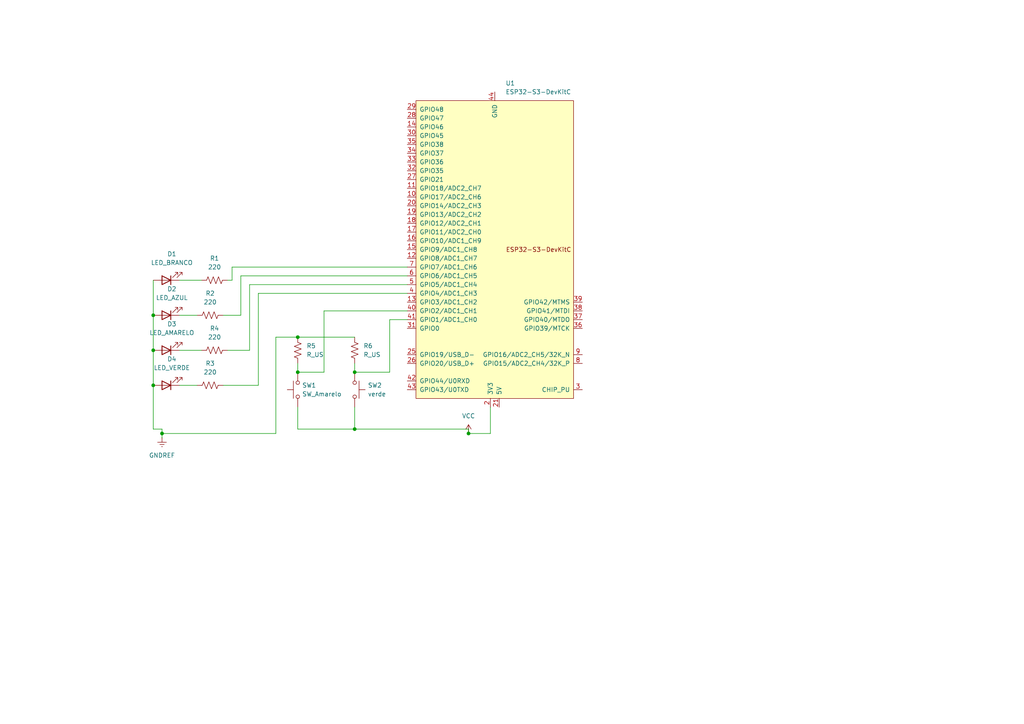
<source format=kicad_sch>
(kicad_sch (version 20250114) (generator "eeschema") (generator_version "9.0")
  (paper "A4")
  (title_block (title "Adriel Cassimiro") (date "2025-05-08") (rev "V 0.0.01") (company "SystemEmbebbed ATV05 interrupcoes"))
  (lib_symbols
    (symbol "Device:LED" (pin_numbers (hide yes)) (pin_names (offset 1.016) (hide yes))
      (property "Reference" "D" (at 0 2.54 0))
      (property "Value" "LED" (at 0 -2.54 0))
      (symbol "LED_0_1"
        (polyline (pts (xy -3.048 -0.762) (xy -4.572 -2.286) (xy -3.81 -2.286) (xy -4.572 -2.286) (xy -4.572 -1.524)))
        (polyline (pts (xy -1.778 -0.762) (xy -3.302 -2.286) (xy -2.54 -2.286) (xy -3.302 -2.286) (xy -3.302 -1.524)))
        (polyline (pts (xy -1.27 0) (xy 1.27 0)))
        (polyline (pts (xy -1.27 -1.27) (xy -1.27 1.27)) (stroke (width 0.254)))
        (polyline (pts (xy 1.27 -1.27) (xy 1.27 1.27) (xy -1.27 0) (xy 1.27 -1.27)) (stroke (width 0.254)))
      )
      (symbol "LED_1_1"
        (pin passive line (at -3.81 0 0) (length 2.54) (name "K") (number "1"))
        (pin passive line (at 3.81 0 180) (length 2.54) (name "A") (number "2"))
      )
    )
    (symbol "Device:R_US" (pin_numbers (hide yes)) (pin_names (offset 0))
      (property "Reference" "R" (at 2.54 0 90))
      (property "Value" "R_US" (at -2.54 0 90))
      (symbol "R_US_0_1"
        (polyline (pts (xy 0 2.286) (xy 0 2.54)))
        (polyline (pts (xy 0 2.286) (xy 1.016 1.905) (xy 0 1.524) (xy -1.016 1.143) (xy 0 0.762)))
        (polyline (pts (xy 0 0.762) (xy 1.016 0.381) (xy 0 0) (xy -1.016 -0.381) (xy 0 -0.762)))
        (polyline (pts (xy 0 -0.762) (xy 1.016 -1.143) (xy 0 -1.524) (xy -1.016 -1.905) (xy 0 -2.286)))
        (polyline (pts (xy 0 -2.286) (xy 0 -2.54)))
      )
      (symbol "R_US_1_1"
        (pin passive line (at 0 3.81 270) (length 1.27) (name "~") (number "1"))
        (pin passive line (at 0 -3.81 90) (length 1.27) (name "~") (number "2"))
      )
    )
    (symbol "PCM_Espressif:ESP32-S3-DevKitC" (pin_names (offset 1.016))
      (property "Reference" "U" (at -22.86 48.26 0))
      (property "Value" "ESP32-S3-DevKitC" (at -22.86 45.72 0))
      (symbol "ESP32-S3-DevKitC_0_0"
        (text "ESP32-S3-DevKitC" (at -12.7 0 0) (effects (font (size 1.27 1.27))))
        (pin bidirectional line (at -25.4 15.24 0) (length 2.54) (name "GPIO42/MTMS") (number "39"))
        (pin power_in line (at 0 -45.72 90) (length 2.54) (name "GND") (number "44"))
        (pin bidirectional line (at 25.4 40.64 180) (length 2.54) (name "GPIO43/U0TXD") (number "43"))
        (pin bidirectional line (at 25.4 38.1 180) (length 2.54) (name "GPIO44/U0RXD") (number "42"))
        (pin bidirectional line (at 25.4 20.32 180) (length 2.54) (name "GPIO1/ADC1_CH0") (number "41"))
        (pin bidirectional line (at 25.4 17.78 180) (length 2.54) (name "GPIO2/ADC1_CH1") (number "40"))
        (pin bidirectional line (at 25.4 -10.16 180) (length 2.54) (name "GPIO13/ADC2_CH2") (number "19"))
        (pin bidirectional line (at 25.4 -35.56 180) (length 2.54) (name "GPIO46") (number "14"))
      )
      (symbol "ESP32-S3-DevKitC_0_1"
        (rectangle (start -22.86 43.18) (end 22.86 -43.18) (fill (type background)))
        (pin power_in line (at 1.27 45.72 270) (length 2.54) (name "3V3") (number "2"))
      )
      (symbol "ESP32-S3-DevKitC_1_1"
        (pin input line (at -25.4 40.64 0) (length 2.54) (name "CHIP_PU") (number "3"))
        (pin bidirectional line (at -25.4 33.02 0) (length 2.54) (name "GPIO15/ADC2_CH4/32K_P") (number "8"))
        (pin bidirectional line (at -25.4 30.48 0) (length 2.54) (name "GPIO16/ADC2_CH5/32K_N") (number "9"))
        (pin bidirectional line (at -25.4 22.86 0) (length 2.54) (name "GPIO39/MTCK") (number "36"))
        (pin bidirectional line (at -25.4 20.32 0) (length 2.54) (name "GPIO40/MTDO") (number "37"))
        (pin bidirectional line (at -25.4 17.78 0) (length 2.54) (name "GPIO41/MTDI") (number "38"))
        (pin power_in line (at -1.27 45.72 270) (length 2.54) (name "5V") (number "21"))
        (pin passive line (at 0 -45.72 90) (length 2.54) (hide yes) (name "GND") (number "22"))
        (pin passive line (at 0 -45.72 90) (length 2.54) (hide yes) (name "GND") (number "23"))
        (pin passive line (at 0 -45.72 90) (length 2.54) (hide yes) (name "GND") (number "24"))
        (pin passive line (at 1.27 45.72 270) (length 2.54) (hide yes) (name "3V3") (number "1"))
        (pin bidirectional line (at 25.4 33.02 180) (length 2.54) (name "GPIO20/USB_D+") (number "26"))
        (pin bidirectional line (at 25.4 30.48 180) (length 2.54) (name "GPIO19/USB_D-") (number "25"))
        (pin bidirectional line (at 25.4 22.86 180) (length 2.54) (name "GPIO0") (number "31"))
        (pin bidirectional line (at 25.4 15.24 180) (length 2.54) (name "GPIO3/ADC1_CH2") (number "13"))
        (pin bidirectional line (at 25.4 12.7 180) (length 2.54) (name "GPIO4/ADC1_CH3") (number "4"))
        (pin bidirectional line (at 25.4 10.16 180) (length 2.54) (name "GPIO5/ADC1_CH4") (number "5"))
        (pin bidirectional line (at 25.4 7.62 180) (length 2.54) (name "GPIO6/ADC1_CH5") (number "6"))
        (pin bidirectional line (at 25.4 5.08 180) (length 2.54) (name "GPIO7/ADC1_CH6") (number "7"))
        (pin bidirectional line (at 25.4 2.54 180) (length 2.54) (name "GPIO8/ADC1_CH7") (number "12"))
        (pin bidirectional line (at 25.4 0 180) (length 2.54) (name "GPIO9/ADC1_CH8") (number "15"))
        (pin bidirectional line (at 25.4 -2.54 180) (length 2.54) (name "GPIO10/ADC1_CH9") (number "16"))
        (pin bidirectional line (at 25.4 -5.08 180) (length 2.54) (name "GPIO11/ADC2_CH0") (number "17"))
        (pin bidirectional line (at 25.4 -7.62 180) (length 2.54) (name "GPIO12/ADC2_CH1") (number "18"))
        (pin bidirectional line (at 25.4 -12.7 180) (length 2.54) (name "GPIO14/ADC2_CH3") (number "20"))
        (pin bidirectional line (at 25.4 -15.24 180) (length 2.54) (name "GPIO17/ADC2_CH6") (number "10"))
        (pin bidirectional line (at 25.4 -17.78 180) (length 2.54) (name "GPIO18/ADC2_CH7") (number "11"))
        (pin bidirectional line (at 25.4 -20.32 180) (length 2.54) (name "GPIO21") (number "27"))
        (pin bidirectional line (at 25.4 -22.86 180) (length 2.54) (name "GPIO35") (number "32"))
        (pin bidirectional line (at 25.4 -25.4 180) (length 2.54) (name "GPIO36") (number "33"))
        (pin bidirectional line (at 25.4 -27.94 180) (length 2.54) (name "GPIO37") (number "34"))
        (pin bidirectional line (at 25.4 -30.48 180) (length 2.54) (name "GPIO38") (number "35"))
        (pin bidirectional line (at 25.4 -33.02 180) (length 2.54) (name "GPIO45") (number "30"))
        (pin bidirectional line (at 25.4 -38.1 180) (length 2.54) (name "GPIO47") (number "28"))
        (pin bidirectional line (at 25.4 -40.64 180) (length 2.54) (name "GPIO48") (number "29"))
      )
    )
    (symbol "Switch:SW_Push" (pin_numbers (hide yes)) (pin_names (offset 1.016) (hide yes))
      (property "Reference" "SW" (at 1.27 2.54 0))
      (property "Value" "SW_Push" (at 0 -1.524 0))
      (symbol "SW_Push_0_1"
        (circle (center -2.032 0) (radius 0.508))
        (polyline (pts (xy 0 1.27) (xy 0 3.048)))
        (circle (center 2.032 0) (radius 0.508))
        (polyline (pts (xy 2.54 1.27) (xy -2.54 1.27)))
        (pin passive line (at -5.08 0 0) (length 2.54) (name "1") (number "1"))
        (pin passive line (at 5.08 0 180) (length 2.54) (name "2") (number "2"))
      )
    )
    (symbol "power:GNDREF" (power) (pin_numbers (hide yes)) (pin_names (offset 0) (hide yes))
      (property "Value" "GNDREF" (at 0 -3.81 0))
      (symbol "GNDREF_0_1"
        (polyline (pts (xy -0.635 -1.905) (xy 0.635 -1.905)))
        (polyline (pts (xy -0.127 -2.54) (xy 0.127 -2.54)))
        (polyline (pts (xy 0 -1.27) (xy 0 0)))
        (polyline (pts (xy 1.27 -1.27) (xy -1.27 -1.27)))
      )
      (symbol "GNDREF_1_1"
        (pin power_in line (at 0 0 270) (length 0) (name "~") (number "1"))
      )
    )
    (symbol "power:VCC" (power) (pin_numbers (hide yes)) (pin_names (offset 0) (hide yes))
      (property "Value" "VCC" (at 0 3.556 0))
      (symbol "VCC_0_1"
        (polyline (pts (xy -0.762 1.27) (xy 0 2.54)))
        (polyline (pts (xy 0 2.54) (xy 0.762 1.27)))
        (polyline (pts (xy 0 0) (xy 0 2.54)))
      )
      (symbol "VCC_1_1"
        (pin power_in line (at 0 0 90) (length 0) (name "~") (number "1"))
      )
    )
  )
  (junction (at 44.45 91.44))
  (junction (at 102.87 107.95))
  (junction (at 86.36 97.79))
  (junction (at 86.36 107.95))
  (junction (at 102.87 124.46))
  (junction (at 135.89 125.73))
  (junction (at 46.99 125.73))
  (junction (at 44.45 111.76))
  (junction (at 44.45 101.6))
  (wire (pts (xy 86.36 118.11) (xy 86.36 124.46)))
  (wire (pts (xy 52.07 101.6) (xy 58.42 101.6)))
  (wire (pts (xy 102.87 124.46) (xy 135.89 124.46)))
  (wire (pts (xy 93.98 90.17) (xy 93.98 107.95)))
  (wire (pts (xy 46.99 125.73) (xy 46.99 127)))
  (wire (pts (xy 44.45 101.6) (xy 44.45 111.76)))
  (wire (pts (xy 135.89 125.73) (xy 142.24 125.73)))
  (wire (pts (xy 52.07 81.28) (xy 58.42 81.28)))
  (wire (pts (xy 74.93 111.76) (xy 64.77 111.76)))
  (wire (pts (xy 44.45 91.44) (xy 44.45 101.6)))
  (wire (pts (xy 44.45 111.76) (xy 44.45 124.46)))
  (wire (pts (xy 113.03 92.71) (xy 118.11 92.71)))
  (wire (pts (xy 52.07 91.44) (xy 57.15 91.44)))
  (wire (pts (xy 44.45 81.28) (xy 44.45 91.44)))
  (wire (pts (xy 46.99 124.46) (xy 46.99 125.73)))
  (wire (pts (xy 44.45 124.46) (xy 46.99 124.46)))
  (wire (pts (xy 102.87 118.11) (xy 102.87 124.46)))
  (wire (pts (xy 64.77 91.44) (xy 69.85 91.44)))
  (wire (pts (xy 52.07 111.76) (xy 57.15 111.76)))
  (wire (pts (xy 67.31 77.47) (xy 67.31 81.28)))
  (wire (pts (xy 80.01 125.73) (xy 46.99 125.73)))
  (wire (pts (xy 66.04 101.6) (xy 72.39 101.6)))
  (wire (pts (xy 72.39 82.55) (xy 72.39 101.6)))
  (wire (pts (xy 93.98 107.95) (xy 86.36 107.95)))
  (wire (pts (xy 86.36 124.46) (xy 102.87 124.46)))
  (wire (pts (xy 118.11 90.17) (xy 93.98 90.17)))
  (wire (pts (xy 67.31 81.28) (xy 66.04 81.28)))
  (wire (pts (xy 142.24 125.73) (xy 142.24 118.11)))
  (wire (pts (xy 80.01 125.73) (xy 80.01 97.79)))
  (wire (pts (xy 113.03 107.95) (xy 113.03 92.71)))
  (wire (pts (xy 102.87 107.95) (xy 113.03 107.95)))
  (wire (pts (xy 86.36 97.79) (xy 102.87 97.79)))
  (wire (pts (xy 69.85 80.01) (xy 69.85 91.44)))
  (wire (pts (xy 67.31 77.47) (xy 118.11 77.47)))
  (wire (pts (xy 74.93 85.09) (xy 74.93 111.76)))
  (wire (pts (xy 102.87 105.41) (xy 102.87 107.95)))
  (wire (pts (xy 80.01 97.79) (xy 86.36 97.79)))
  (wire (pts (xy 69.85 80.01) (xy 118.11 80.01)))
  (wire (pts (xy 86.36 105.41) (xy 86.36 107.95)))
  (wire (pts (xy 135.89 124.46) (xy 135.89 125.73)))
  (wire (pts (xy 74.93 85.09) (xy 118.11 85.09)))
  (wire (pts (xy 72.39 82.55) (xy 118.11 82.55)))
  (symbol (lib_id "Device:R_US") (at 60.96 91.44 90) (unit 1)
    (property "Reference" "R2" (at 60.96 85.09 90))
    (property "Value" "220" (at 60.96 87.63 90))
    (property "Description" "Resistor, US symbol" (effects (hide yes)))
  )
  (symbol (lib_id "Device:LED") (at 48.26 101.6 180) (unit 1)
    (property "Reference" "D3" (at 49.8475 93.98 0))
    (property "Value" "LED_AMARELO" (at 49.8475 96.52 0))
    (property "Description" "Light emitting diode" (effects (hide yes)))
    (property "Sim.Pins" "1=K 2=A" (effects (hide yes)))
  )
  (symbol (lib_id "Switch:SW_Push") (at 102.87 113.03 270) (unit 1)
    (property "Reference" "SW2" (at 106.68 111.7599 90) (effects (justify left)))
    (property "Value" "verde" (at 106.68 114.2999 90) (effects (justify left)))
    (property "Description" "Push button switch, generic, two pins" (effects (hide yes)))
  )
  (symbol (lib_id "power:VCC") (at 135.89 125.73 0) (unit 1)
    (property "Reference" "#PWR02" (effects (hide yes)))
    (property "Value" "VCC" (at 135.89 120.65 0))
    (property "Description" "Power symbol creates a global label with name \"VCC\"" (effects (hide yes)))
  )
  (symbol (lib_id "Device:R_US") (at 86.36 101.6 0) (unit 1)
    (property "Reference" "R5" (at 88.9 100.3299 0) (effects (justify left)))
    (property "Value" "R_US" (at 88.9 102.8699 0) (effects (justify left)))
    (property "Description" "Resistor, US symbol" (effects (hide yes)))
  )
  (symbol (lib_id "Device:R_US") (at 62.23 81.28 90) (unit 1)
    (property "Reference" "R1" (at 62.23 74.93 90))
    (property "Value" "220" (at 62.23 77.47 90))
    (property "Description" "Resistor, US symbol" (effects (hide yes)))
  )
  (symbol (lib_id "power:GNDREF") (at 46.99 127 0) (unit 1)
    (property "Reference" "#PWR01" (effects (hide yes)))
    (property "Value" "GNDREF" (at 46.99 132.08 0))
    (property "Description" "Power symbol creates a global label with name \"GNDREF\" , reference supply ground" (effects (hide yes)))
  )
  (symbol (lib_id "Switch:SW_Push") (at 86.36 113.03 90) (unit 1)
    (property "Reference" "SW1" (at 87.63 111.7599 90) (effects (justify right)))
    (property "Value" "SW_Amarelo" (at 87.63 114.2999 90) (effects (justify right)))
    (property "Description" "Push button switch, generic, two pins" (effects (hide yes)))
  )
  (symbol (lib_id "Device:LED") (at 48.26 91.44 180) (unit 1)
    (property "Reference" "D2" (at 49.8475 83.82 0))
    (property "Value" "LED_AZUL" (at 49.8475 86.36 0))
    (property "Description" "Light emitting diode" (effects (hide yes)))
    (property "Sim.Pins" "1=K 2=A" (effects (hide yes)))
  )
  (symbol (lib_id "Device:R_US") (at 60.96 111.76 90) (unit 1)
    (property "Reference" "R3" (at 60.96 105.41 90))
    (property "Value" "220" (at 60.96 107.95 90))
    (property "Description" "Resistor, US symbol" (effects (hide yes)))
  )
  (symbol (lib_id "Device:LED") (at 48.26 111.76 180) (unit 1)
    (property "Reference" "D4" (at 49.8475 104.14 0))
    (property "Value" "LED_VERDE" (at 49.8475 106.68 0))
    (property "Description" "Light emitting diode" (effects (hide yes)))
    (property "Sim.Pins" "1=K 2=A" (effects (hide yes)))
  )
  (symbol (lib_id "Device:R_US") (at 102.87 101.6 0) (unit 1)
    (property "Reference" "R6" (at 105.41 100.3299 0) (effects (justify left)))
    (property "Value" "R_US" (at 105.41 102.8699 0) (effects (justify left)))
    (property "Description" "Resistor, US symbol" (effects (hide yes)))
  )
  (symbol (lib_id "PCM_Espressif:ESP32-S3-DevKitC") (at 143.51 72.39 180) (unit 1)
    (property "Reference" "U1" (at 146.6281 24.13 0) (effects (justify right)))
    (property "Value" "ESP32-S3-DevKitC" (at 146.6281 26.67 0) (effects (justify right)))
    (property "Footprint" "PCM_Espressif:ESP32-S3-DevKitC" (effects (hide yes)))
    (property "Description" "ESP32-S3-DevKitC" (effects (hide yes)))
  )
  (symbol (lib_id "Device:R_US") (at 62.23 101.6 90) (unit 1)
    (property "Reference" "R4" (at 62.23 95.25 90))
    (property "Value" "220" (at 62.23 97.79 90))
    (property "Description" "Resistor, US symbol" (effects (hide yes)))
  )
  (symbol (lib_id "Device:LED") (at 48.26 81.28 180) (unit 1)
    (property "Reference" "D1" (at 49.8475 73.66 0))
    (property "Value" "LED_BRANCO" (at 49.8475 76.2 0))
    (property "Description" "Light emitting diode" (effects (hide yes)))
    (property "Sim.Pins" "1=K 2=A" (effects (hide yes)))
  )
)
</source>
